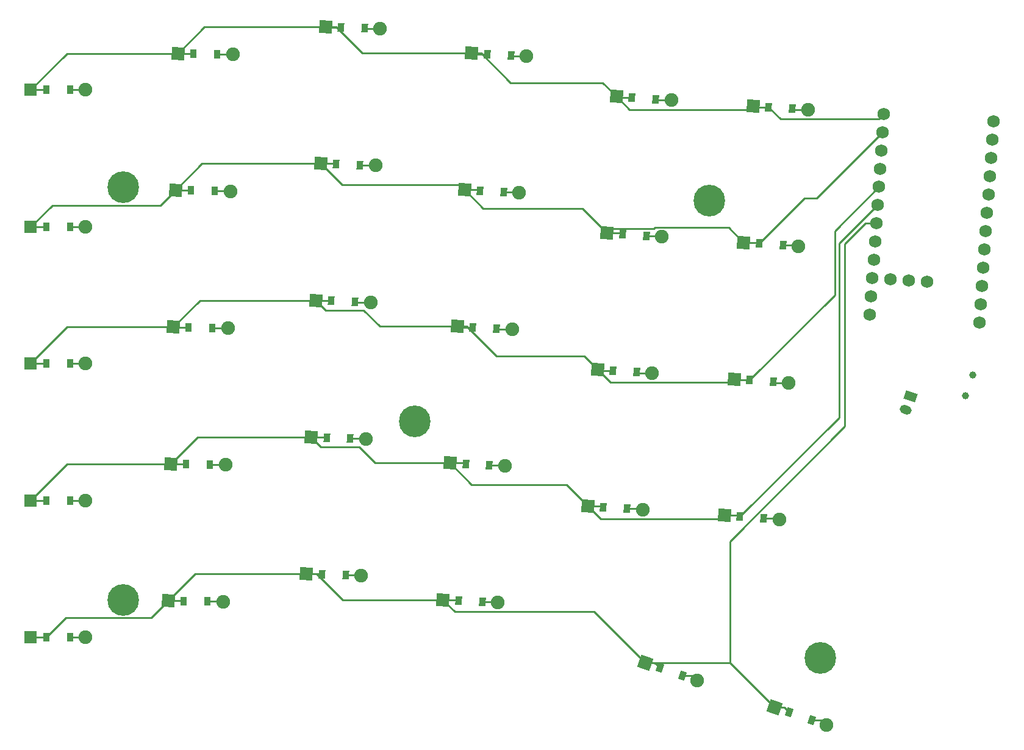
<source format=gbr>
%TF.GenerationSoftware,KiCad,Pcbnew,8.0.4*%
%TF.CreationDate,2024-08-23T21:57:30-04:00*%
%TF.ProjectId,left,6c656674-2e6b-4696-9361-645f70636258,v1.0.0*%
%TF.SameCoordinates,Original*%
%TF.FileFunction,Copper,L1,Top*%
%TF.FilePolarity,Positive*%
%FSLAX46Y46*%
G04 Gerber Fmt 4.6, Leading zero omitted, Abs format (unit mm)*
G04 Created by KiCad (PCBNEW 8.0.4) date 2024-08-23 21:57:30*
%MOMM*%
%LPD*%
G01*
G04 APERTURE LIST*
G04 Aperture macros list*
%AMHorizOval*
0 Thick line with rounded ends*
0 $1 width*
0 $2 $3 position (X,Y) of the first rounded end (center of the circle)*
0 $4 $5 position (X,Y) of the second rounded end (center of the circle)*
0 Add line between two ends*
20,1,$1,$2,$3,$4,$5,0*
0 Add two circle primitives to create the rounded ends*
1,1,$1,$2,$3*
1,1,$1,$4,$5*%
%AMRotRect*
0 Rectangle, with rotation*
0 The origin of the aperture is its center*
0 $1 length*
0 $2 width*
0 $3 Rotation angle, in degrees counterclockwise*
0 Add horizontal line*
21,1,$1,$2,0,0,$3*%
G04 Aperture macros list end*
%TA.AperFunction,WasherPad*%
%ADD10C,1.000000*%
%TD*%
%TA.AperFunction,ComponentPad*%
%ADD11RotRect,1.778000X1.778000X359.000000*%
%TD*%
%TA.AperFunction,SMDPad,CuDef*%
%ADD12RotRect,0.900000X1.200000X359.000000*%
%TD*%
%TA.AperFunction,ComponentPad*%
%ADD13C,1.905000*%
%TD*%
%TA.AperFunction,ComponentPad*%
%ADD14RotRect,1.778000X1.778000X357.000000*%
%TD*%
%TA.AperFunction,SMDPad,CuDef*%
%ADD15RotRect,0.900000X1.200000X357.000000*%
%TD*%
%TA.AperFunction,ComponentPad*%
%ADD16RotRect,1.200000X1.700000X251.000000*%
%TD*%
%TA.AperFunction,ComponentPad*%
%ADD17HorizOval,1.200000X-0.236380X0.081392X0.236380X-0.081392X0*%
%TD*%
%TA.AperFunction,ComponentPad*%
%ADD18RotRect,1.778000X1.778000X358.000000*%
%TD*%
%TA.AperFunction,SMDPad,CuDef*%
%ADD19RotRect,0.900000X1.200000X358.000000*%
%TD*%
%TA.AperFunction,ComponentPad*%
%ADD20RotRect,1.778000X1.778000X356.000000*%
%TD*%
%TA.AperFunction,SMDPad,CuDef*%
%ADD21RotRect,0.900000X1.200000X356.000000*%
%TD*%
%TA.AperFunction,ComponentPad*%
%ADD22R,1.778000X1.778000*%
%TD*%
%TA.AperFunction,SMDPad,CuDef*%
%ADD23R,0.900000X1.200000*%
%TD*%
%TA.AperFunction,ComponentPad*%
%ADD24C,0.700000*%
%TD*%
%TA.AperFunction,ComponentPad*%
%ADD25C,4.400000*%
%TD*%
%TA.AperFunction,ComponentPad*%
%ADD26RotRect,1.778000X1.778000X341.000000*%
%TD*%
%TA.AperFunction,SMDPad,CuDef*%
%ADD27RotRect,0.900000X1.200000X341.000000*%
%TD*%
%TA.AperFunction,ComponentPad*%
%ADD28C,1.752600*%
%TD*%
%TA.AperFunction,Conductor*%
%ADD29C,0.250000*%
%TD*%
G04 APERTURE END LIST*
D10*
%TO.P,T1,*%
%TO.N,*%
X176959480Y-158599758D03*
X175982776Y-161436314D03*
%TD*%
D11*
%TO.P,D8,1*%
%TO.N,P017*%
X65941033Y-151940055D03*
D12*
X68100704Y-151977753D03*
%TO.P,D8,2*%
%TO.N,pinky_home*%
X71400202Y-152035345D03*
D13*
X73559873Y-152073043D03*
%TD*%
D14*
%TO.P,D18,1*%
%TO.N,P017*%
X105396310Y-151852998D03*
D15*
X107553350Y-151966044D03*
%TO.P,D18,2*%
%TO.N,middle_home*%
X110848828Y-152138752D03*
D13*
X113005868Y-152251798D03*
%TD*%
D16*
%TO.P,JST1,1*%
%TO.N,pos*%
X168328564Y-161550571D03*
D17*
%TO.P,JST1,2*%
%TO.N,GND*%
X167677428Y-163441609D03*
%TD*%
D18*
%TO.P,D15,1*%
%TO.N,P006*%
X87086096Y-110248581D03*
D19*
X89244780Y-110323964D03*
%TO.P,D15,2*%
%TO.N,ring_num*%
X92542770Y-110439132D03*
D13*
X94701454Y-110514515D03*
%TD*%
D14*
%TO.P,D17,1*%
%TO.N,P020*%
X104401927Y-170826959D03*
D15*
X106558967Y-170940005D03*
%TO.P,D17,2*%
%TO.N,middle_bottom*%
X109854445Y-171112713D03*
D13*
X112011485Y-171225759D03*
%TD*%
D11*
%TO.P,D9,1*%
%TO.N,P008*%
X66272629Y-132942949D03*
D12*
X68432300Y-132980647D03*
%TO.P,D9,2*%
%TO.N,pinky_top*%
X71731798Y-133038239D03*
D13*
X73891469Y-133075937D03*
%TD*%
D20*
%TO.P,D26,1*%
%TO.N,P017*%
X143815451Y-159145345D03*
D21*
X145970189Y-159296019D03*
%TO.P,D26,2*%
%TO.N,inner_home*%
X149262151Y-159526215D03*
D13*
X151416889Y-159676889D03*
%TD*%
D20*
%TO.P,D24,1*%
%TO.N,P006*%
X127512480Y-119912538D03*
D21*
X129667218Y-120063212D03*
%TO.P,D24,2*%
%TO.N,index_num*%
X132959180Y-120293408D03*
D13*
X135113918Y-120444082D03*
%TD*%
D18*
%TO.P,D11,1*%
%TO.N,P022*%
X84433734Y-186202284D03*
D19*
X86592418Y-186277667D03*
%TO.P,D11,2*%
%TO.N,ring_mod*%
X89890408Y-186392835D03*
D13*
X92049092Y-186468218D03*
%TD*%
D20*
%TO.P,D28,1*%
%TO.N,P006*%
X146466197Y-121237911D03*
D21*
X148620935Y-121388585D03*
%TO.P,D28,2*%
%TO.N,inner_num*%
X151912897Y-121618781D03*
D13*
X154067635Y-121769455D03*
%TD*%
D22*
%TO.P,D5,1*%
%TO.N,P006*%
X46190000Y-119000000D03*
D23*
X48350000Y-119000000D03*
%TO.P,D5,2*%
%TO.N,outer_num*%
X51650000Y-119000000D03*
D13*
X53810000Y-119000000D03*
%TD*%
D11*
%TO.P,D7,1*%
%TO.N,P020*%
X65609438Y-170937161D03*
D12*
X67769109Y-170974859D03*
%TO.P,D7,2*%
%TO.N,pinky_bottom*%
X71068607Y-171032451D03*
D13*
X73228278Y-171070149D03*
%TD*%
D18*
%TO.P,D14,1*%
%TO.N,P008*%
X86423006Y-129237007D03*
D19*
X88581690Y-129312390D03*
%TO.P,D14,2*%
%TO.N,ring_top*%
X91879680Y-129427558D03*
D13*
X94038364Y-129502941D03*
%TD*%
D22*
%TO.P,D2,1*%
%TO.N,P020*%
X46190000Y-176000000D03*
D23*
X48350000Y-176000000D03*
%TO.P,D2,2*%
%TO.N,outer_bottom*%
X51650000Y-176000000D03*
D13*
X53810000Y-176000000D03*
%TD*%
D22*
%TO.P,D4,1*%
%TO.N,P008*%
X46190000Y-138000000D03*
D23*
X48350000Y-138000000D03*
%TO.P,D4,2*%
%TO.N,outer_top*%
X51650000Y-138000000D03*
D13*
X53810000Y-138000000D03*
%TD*%
D20*
%TO.P,D25,1*%
%TO.N,P020*%
X142490078Y-178099062D03*
D21*
X144644816Y-178249736D03*
%TO.P,D25,2*%
%TO.N,inner_bottom*%
X147936778Y-178479932D03*
D13*
X150091516Y-178630606D03*
%TD*%
D20*
%TO.P,D22,1*%
%TO.N,P017*%
X124861734Y-157819972D03*
D21*
X127016472Y-157970646D03*
%TO.P,D22,2*%
%TO.N,index_home*%
X130308434Y-158200842D03*
D13*
X132463172Y-158351516D03*
%TD*%
D11*
%TO.P,D10,1*%
%TO.N,P006*%
X66604225Y-113945843D03*
D12*
X68763896Y-113983541D03*
%TO.P,D10,2*%
%TO.N,pinky_num*%
X72063394Y-114041133D03*
D13*
X74223065Y-114078831D03*
%TD*%
D22*
%TO.P,D1,1*%
%TO.N,P022*%
X46190000Y-195000000D03*
D23*
X48350000Y-195000000D03*
%TO.P,D1,2*%
%TO.N,outer_mod*%
X51650000Y-195000000D03*
D13*
X53810000Y-195000000D03*
%TD*%
D20*
%TO.P,D23,1*%
%TO.N,P008*%
X126187107Y-138866255D03*
D21*
X128341845Y-139016929D03*
%TO.P,D23,2*%
%TO.N,index_top*%
X131633807Y-139247125D03*
D13*
X133788545Y-139397799D03*
%TD*%
D24*
%TO.P,_4,1*%
%TO.N,N/C*%
X138701146Y-134227892D03*
X139264630Y-133097719D03*
X139101856Y-135425487D03*
X140462225Y-132697009D03*
D25*
X140347127Y-134342990D03*
D24*
X140232029Y-135988971D03*
X141592398Y-133260493D03*
X141429624Y-135588261D03*
X141993108Y-134458088D03*
%TD*%
%TO.P,_2,1*%
%TO.N,N/C*%
X57350000Y-189800000D03*
X57833274Y-188633274D03*
X57833274Y-190966726D03*
X59000000Y-188150000D03*
D25*
X59000000Y-189800000D03*
D24*
X59000000Y-191450000D03*
X60166726Y-188633274D03*
X60166726Y-190966726D03*
X60650000Y-189800000D03*
%TD*%
D20*
%TO.P,D21,1*%
%TO.N,P020*%
X123536361Y-176773689D03*
D21*
X125691099Y-176924363D03*
%TO.P,D21,2*%
%TO.N,index_bottom*%
X128983061Y-177154559D03*
D13*
X131137799Y-177305233D03*
%TD*%
D26*
%TO.P,D30,1*%
%TO.N,P022*%
X149424435Y-204749530D03*
D27*
X151466755Y-205452758D03*
%TO.P,D30,2*%
%TO.N,mod_thumb*%
X154586967Y-206527132D03*
D13*
X156629287Y-207230360D03*
%TD*%
D20*
%TO.P,D27,1*%
%TO.N,P008*%
X145140824Y-140191628D03*
D21*
X147295562Y-140342302D03*
%TO.P,D27,2*%
%TO.N,inner_top*%
X150587524Y-140572498D03*
D13*
X152742262Y-140723172D03*
%TD*%
D24*
%TO.P,_3,1*%
%TO.N,N/C*%
X97859149Y-164976519D03*
X98402823Y-163836684D03*
X98280699Y-166166938D03*
X99593242Y-163415134D03*
D25*
X99506888Y-165062873D03*
D24*
X99420534Y-166710612D03*
X100733077Y-163958808D03*
X100610953Y-166289062D03*
X101154627Y-165149227D03*
%TD*%
%TO.P,_1,1*%
%TO.N,N/C*%
X57350000Y-132500000D03*
X57833274Y-131333274D03*
X57833274Y-133666726D03*
X59000000Y-130850000D03*
D25*
X59000000Y-132500000D03*
D24*
X59000000Y-134150000D03*
X60166726Y-131333274D03*
X60166726Y-133666726D03*
X60650000Y-132500000D03*
%TD*%
D22*
%TO.P,D3,1*%
%TO.N,P017*%
X46190000Y-157000000D03*
D23*
X48350000Y-157000000D03*
%TO.P,D3,2*%
%TO.N,outer_home*%
X51650000Y-157000000D03*
D13*
X53810000Y-157000000D03*
%TD*%
D24*
%TO.P,_5,1*%
%TO.N,N/C*%
X154266641Y-197321298D03*
X155103435Y-196375475D03*
X154343737Y-198581797D03*
X156363934Y-196298379D03*
D25*
X155826747Y-197858485D03*
D24*
X155289560Y-199418591D03*
X157309757Y-197135173D03*
X156550059Y-199341495D03*
X157386853Y-198395672D03*
%TD*%
D28*
%TO.P,MCU1,1*%
%TO.N,P006*%
X164623746Y-122337196D03*
%TO.P,MCU1,2*%
%TO.N,P008*%
X164446564Y-124871009D03*
%TO.P,MCU1,3*%
%TO.N,GND*%
X164269383Y-127404821D03*
%TO.P,MCU1,4*%
X164092202Y-129938634D03*
%TO.P,MCU1,5*%
%TO.N,P017*%
X163915020Y-132472447D03*
%TO.P,MCU1,6*%
%TO.N,P020*%
X163737839Y-135006259D03*
%TO.P,MCU1,7*%
%TO.N,P022*%
X163560657Y-137540072D03*
%TO.P,MCU1,8*%
%TO.N,P024*%
X163383476Y-140073885D03*
%TO.P,MCU1,9*%
%TO.N,P100*%
X163206294Y-142607697D03*
%TO.P,MCU1,10*%
%TO.N,P011*%
X163029113Y-145141510D03*
%TO.P,MCU1,11*%
%TO.N,P104*%
X162851931Y-147675323D03*
%TO.P,MCU1,12*%
%TO.N,P106*%
X162674750Y-150209135D03*
%TO.P,MCU1,13*%
%TO.N,P009*%
X177877626Y-151272224D03*
%TO.P,MCU1,14*%
%TO.N,P010*%
X178054808Y-148738411D03*
%TO.P,MCU1,15*%
%TO.N,P111*%
X178231989Y-146204599D03*
%TO.P,MCU1,16*%
%TO.N,P113*%
X178409170Y-143670786D03*
%TO.P,MCU1,17*%
%TO.N,P115*%
X178586352Y-141136973D03*
%TO.P,MCU1,18*%
%TO.N,P002*%
X178763533Y-138603161D03*
%TO.P,MCU1,19*%
%TO.N,P029*%
X178940715Y-136069348D03*
%TO.P,MCU1,20*%
%TO.N,P031*%
X179117896Y-133535535D03*
%TO.P,MCU1,21*%
%TO.N,VCC*%
X179295078Y-131001723D03*
%TO.P,MCU1,22*%
%TO.N,RST*%
X179472259Y-128467910D03*
%TO.P,MCU1,23*%
%TO.N,GND*%
X179649441Y-125934097D03*
%TO.P,MCU1,24*%
%TO.N,RAW*%
X179826622Y-123400285D03*
%TO.P,MCU1,31*%
%TO.N,P101*%
X165562926Y-145318692D03*
%TO.P,MCU1,32*%
%TO.N,P102*%
X168096738Y-145495873D03*
%TO.P,MCU1,33*%
%TO.N,P107*%
X170630551Y-145673054D03*
%TD*%
D14*
%TO.P,D16,1*%
%TO.N,P022*%
X103407544Y-189800920D03*
D15*
X105564584Y-189913966D03*
%TO.P,D16,2*%
%TO.N,middle_mod*%
X108860062Y-190086674D03*
D13*
X111017102Y-190199720D03*
%TD*%
D14*
%TO.P,D19,1*%
%TO.N,P008*%
X106390693Y-132879037D03*
D15*
X108547733Y-132992083D03*
%TO.P,D19,2*%
%TO.N,middle_top*%
X111843211Y-133164791D03*
D13*
X114000251Y-133277837D03*
%TD*%
D26*
%TO.P,D29,1*%
%TO.N,P022*%
X131459582Y-198563735D03*
D27*
X133501902Y-199266963D03*
%TO.P,D29,2*%
%TO.N,space_thumb*%
X136622114Y-200341337D03*
D13*
X138664434Y-201044565D03*
%TD*%
D14*
%TO.P,D20,1*%
%TO.N,P006*%
X107385077Y-113905075D03*
D15*
X109542117Y-114018121D03*
%TO.P,D20,2*%
%TO.N,middle_num*%
X112837595Y-114190829D03*
D13*
X114994635Y-114303875D03*
%TD*%
D18*
%TO.P,D13,1*%
%TO.N,P017*%
X85759915Y-148225432D03*
D19*
X87918599Y-148300815D03*
%TO.P,D13,2*%
%TO.N,ring_home*%
X91216589Y-148415983D03*
D13*
X93375273Y-148491366D03*
%TD*%
D18*
%TO.P,D12,1*%
%TO.N,P020*%
X85096825Y-167213858D03*
D19*
X87255509Y-167289241D03*
%TO.P,D12,2*%
%TO.N,ring_bottom*%
X90553499Y-167404409D03*
D13*
X92712183Y-167479792D03*
%TD*%
D11*
%TO.P,D6,1*%
%TO.N,P022*%
X65277842Y-189934268D03*
D12*
X67437513Y-189971966D03*
%TO.P,D6,2*%
%TO.N,pinky_mod*%
X70737011Y-190029558D03*
D13*
X72896682Y-190067256D03*
%TD*%
D29*
%TO.N,outer_mod*%
X51650000Y-195000000D02*
X53810000Y-195000000D01*
%TO.N,outer_bottom*%
X51650000Y-176000000D02*
X53810000Y-176000000D01*
%TO.N,outer_home*%
X53810000Y-157000000D02*
X51650000Y-157000000D01*
%TO.N,outer_top*%
X51650000Y-138000000D02*
X53810000Y-138000000D01*
%TO.N,outer_num*%
X53810000Y-119000000D02*
X51650000Y-119000000D01*
%TO.N,pinky_mod*%
X72858984Y-190029558D02*
X72896682Y-190067256D01*
X70737011Y-190029558D02*
X72858984Y-190029558D01*
%TO.N,pinky_bottom*%
X73190580Y-171032451D02*
X73228278Y-171070149D01*
X71068607Y-171032451D02*
X73190580Y-171032451D01*
%TO.N,pinky_home*%
X71437900Y-152073043D02*
X71400202Y-152035345D01*
X73559873Y-152073043D02*
X71437900Y-152073043D01*
%TO.N,pinky_top*%
X71731798Y-133038239D02*
X73853771Y-133038239D01*
X73853771Y-133038239D02*
X73891469Y-133075937D01*
%TO.N,pinky_num*%
X72101092Y-114078831D02*
X72063394Y-114041133D01*
X74223065Y-114078831D02*
X72101092Y-114078831D01*
%TO.N,ring_mod*%
X89890408Y-186392835D02*
X91973709Y-186392835D01*
X91973709Y-186392835D02*
X92049092Y-186468218D01*
%TO.N,ring_bottom*%
X90553499Y-167404409D02*
X92636800Y-167404409D01*
X92636800Y-167404409D02*
X92712183Y-167479792D01*
%TO.N,ring_home*%
X91291972Y-148491366D02*
X91216589Y-148415983D01*
X93375273Y-148491366D02*
X91291972Y-148491366D01*
%TO.N,ring_top*%
X91879680Y-129427558D02*
X93962981Y-129427558D01*
X93962981Y-129427558D02*
X94038364Y-129502941D01*
%TO.N,ring_num*%
X92618153Y-110514515D02*
X92542770Y-110439132D01*
X94701454Y-110514515D02*
X92618153Y-110514515D01*
%TO.N,middle_mod*%
X110904056Y-190086674D02*
X111017102Y-190199720D01*
X108860062Y-190086674D02*
X110904056Y-190086674D01*
%TO.N,middle_bottom*%
X109854445Y-171112713D02*
X111898439Y-171112713D01*
X111898439Y-171112713D02*
X112011485Y-171225759D01*
%TO.N,middle_home*%
X113005868Y-152251798D02*
X110961874Y-152251798D01*
X110961874Y-152251798D02*
X110848828Y-152138752D01*
%TO.N,middle_top*%
X111843211Y-133164791D02*
X113887205Y-133164791D01*
X113887205Y-133164791D02*
X114000251Y-133277837D01*
%TO.N,middle_num*%
X114994635Y-114303875D02*
X112950641Y-114303875D01*
X112950641Y-114303875D02*
X112837595Y-114190829D01*
%TO.N,index_bottom*%
X130987125Y-177154559D02*
X131137799Y-177305233D01*
X128983061Y-177154559D02*
X130987125Y-177154559D01*
%TO.N,index_home*%
X130459108Y-158351516D02*
X130308434Y-158200842D01*
X132463172Y-158351516D02*
X130459108Y-158351516D01*
%TO.N,index_top*%
X131633807Y-139247125D02*
X133637871Y-139247125D01*
X133637871Y-139247125D02*
X133788545Y-139397799D01*
%TO.N,index_num*%
X135113918Y-120444082D02*
X133109854Y-120444082D01*
X133109854Y-120444082D02*
X132959180Y-120293408D01*
%TO.N,inner_bottom*%
X147936778Y-178479932D02*
X149940842Y-178479932D01*
X149940842Y-178479932D02*
X150091516Y-178630606D01*
%TO.N,inner_home*%
X149412825Y-159676889D02*
X149262151Y-159526215D01*
X151416889Y-159676889D02*
X149412825Y-159676889D01*
%TO.N,inner_top*%
X150587524Y-140572498D02*
X152591588Y-140572498D01*
X152591588Y-140572498D02*
X152742262Y-140723172D01*
%TO.N,inner_num*%
X154067635Y-121769455D02*
X152063571Y-121769455D01*
X152063571Y-121769455D02*
X151912897Y-121618781D01*
%TO.N,space_thumb*%
X137961206Y-200341337D02*
X138664434Y-201044565D01*
X136622114Y-200341337D02*
X137961206Y-200341337D01*
%TO.N,mod_thumb*%
X154586967Y-206527132D02*
X155926059Y-206527132D01*
X155926059Y-206527132D02*
X156629287Y-207230360D01*
%TO.N,P006*%
X129667218Y-120063212D02*
X127663154Y-120063212D01*
X145982526Y-121721582D02*
X146466197Y-121237911D01*
X148620935Y-121388585D02*
X146616871Y-121388585D01*
X107385077Y-113905075D02*
X108690627Y-113905075D01*
X87086096Y-110248581D02*
X88544355Y-110248581D01*
X108690627Y-113905075D02*
X112785552Y-118000000D01*
X163913987Y-123046955D02*
X164623746Y-122337196D01*
X125599942Y-118000000D02*
X127512480Y-119912538D01*
X66604225Y-113945843D02*
X70301487Y-110248581D01*
X92200849Y-113905075D02*
X107385077Y-113905075D01*
X112785552Y-118000000D02*
X125599942Y-118000000D01*
X51244157Y-113945843D02*
X66604225Y-113945843D01*
X109542117Y-114018121D02*
X107498123Y-114018121D01*
X70301487Y-110248581D02*
X87086096Y-110248581D01*
X48350000Y-119000000D02*
X46190000Y-119000000D01*
X148620935Y-121388585D02*
X150279305Y-123046955D01*
X89244780Y-110323964D02*
X87161479Y-110323964D01*
X68763896Y-113983541D02*
X66641923Y-113983541D01*
X88544355Y-110248581D02*
X92200849Y-113905075D01*
X87161479Y-110323964D02*
X87086096Y-110248581D01*
X127663154Y-120063212D02*
X127512480Y-119912538D01*
X146616871Y-121388585D02*
X146466197Y-121237911D01*
X129321524Y-121721582D02*
X145982526Y-121721582D01*
X66641923Y-113983541D02*
X66604225Y-113945843D01*
X150279305Y-123046955D02*
X163913987Y-123046955D01*
X127512480Y-119912538D02*
X129321524Y-121721582D01*
X46190000Y-119000000D02*
X51244157Y-113945843D01*
X107498123Y-114018121D02*
X107385077Y-113905075D01*
%TO.N,P008*%
X69978571Y-129237007D02*
X86423006Y-129237007D01*
X86423006Y-129237007D02*
X88506307Y-129237007D01*
X66272629Y-132942949D02*
X69978571Y-129237007D01*
X46190000Y-138000000D02*
X48350000Y-138000000D01*
X155279709Y-134037864D02*
X164446564Y-124871009D01*
X147295562Y-140342302D02*
X153600000Y-134037864D01*
X126187107Y-138866255D02*
X126761166Y-138292196D01*
X64190578Y-135025000D02*
X66272629Y-132942949D01*
X68394602Y-132942949D02*
X68432300Y-132980647D01*
X106390693Y-132879037D02*
X108434687Y-132879037D01*
X126761166Y-138292196D02*
X132692196Y-138292196D01*
X153600000Y-134037864D02*
X155279709Y-134037864D01*
X132864093Y-138120299D02*
X143069495Y-138120299D01*
X88506307Y-129237007D02*
X88581690Y-129312390D01*
X66272629Y-132942949D02*
X68394602Y-132942949D01*
X128191171Y-138866255D02*
X128341845Y-139016929D01*
X132692196Y-138292196D02*
X132864093Y-138120299D01*
X106390693Y-132879037D02*
X108982584Y-135470928D01*
X46190000Y-138000000D02*
X49165000Y-135025000D01*
X108982584Y-135470928D02*
X122791780Y-135470928D01*
X105711656Y-132200000D02*
X106390693Y-132879037D01*
X147144888Y-140191628D02*
X147295562Y-140342302D01*
X126187107Y-138866255D02*
X128191171Y-138866255D01*
X49165000Y-135025000D02*
X64190578Y-135025000D01*
X145140824Y-140191628D02*
X147144888Y-140191628D01*
X86423006Y-129237007D02*
X89385999Y-132200000D01*
X89385999Y-132200000D02*
X105711656Y-132200000D01*
X143069495Y-138120299D02*
X145140824Y-140191628D01*
X108434687Y-132879037D02*
X108547733Y-132992083D01*
X122791780Y-135470928D02*
X126187107Y-138866255D01*
%TO.N,P017*%
X145970189Y-159296019D02*
X157800000Y-147466208D01*
X143331780Y-159629016D02*
X143815451Y-159145345D01*
X124861734Y-157819972D02*
X126670778Y-159629016D01*
X85759915Y-148225432D02*
X87134483Y-149600000D01*
X106701861Y-151852998D02*
X110848863Y-156000000D01*
X107553350Y-151966044D02*
X105509356Y-151966044D01*
X125012408Y-157970646D02*
X124861734Y-157819972D01*
X46190000Y-157000000D02*
X51249945Y-151940055D01*
X145970189Y-159296019D02*
X143966125Y-159296019D01*
X143966125Y-159296019D02*
X143815451Y-159145345D01*
X126670778Y-159629016D02*
X143331780Y-159629016D01*
X94652998Y-151852998D02*
X105396310Y-151852998D01*
X105509356Y-151966044D02*
X105396310Y-151852998D01*
X69655656Y-148225432D02*
X85759915Y-148225432D01*
X157800000Y-138587467D02*
X163915020Y-132472447D01*
X65941033Y-151940055D02*
X69655656Y-148225432D01*
X68100704Y-151977753D02*
X65978731Y-151977753D01*
X65978731Y-151977753D02*
X65941033Y-151940055D01*
X123041762Y-156000000D02*
X124861734Y-157819972D01*
X48350000Y-157000000D02*
X46190000Y-157000000D01*
X110848863Y-156000000D02*
X123041762Y-156000000D01*
X127016472Y-157970646D02*
X125012408Y-157970646D01*
X105396310Y-151852998D02*
X106701861Y-151852998D01*
X92400000Y-149600000D02*
X94652998Y-151852998D01*
X157800000Y-147466208D02*
X157800000Y-138587467D01*
X87918599Y-148300815D02*
X85835298Y-148300815D01*
X85835298Y-148300815D02*
X85759915Y-148225432D01*
X87134483Y-149600000D02*
X92400000Y-149600000D01*
X51249945Y-151940055D02*
X65941033Y-151940055D01*
%TO.N,P020*%
X123536361Y-176773689D02*
X125540425Y-176773689D01*
X123536361Y-176773689D02*
X125345405Y-178582733D01*
X69332741Y-167213858D02*
X85096825Y-167213858D01*
X142490078Y-178099062D02*
X144494142Y-178099062D01*
X125540425Y-176773689D02*
X125691099Y-176924363D01*
X104401927Y-170826959D02*
X107374968Y-173800000D01*
X46190000Y-176000000D02*
X51252839Y-170937161D01*
X104401927Y-170826959D02*
X106445921Y-170826959D01*
X120562672Y-173800000D02*
X123536361Y-176773689D01*
X51252839Y-170937161D02*
X65609438Y-170937161D01*
X67731411Y-170937161D02*
X67769109Y-170974859D01*
X85096825Y-167213858D02*
X86482967Y-168600000D01*
X106445921Y-170826959D02*
X106558967Y-170940005D01*
X46190000Y-176000000D02*
X48350000Y-176000000D01*
X91800000Y-168600000D02*
X94026959Y-170826959D01*
X142006407Y-178582733D02*
X142490078Y-178099062D01*
X144494142Y-178099062D02*
X144644816Y-178249736D01*
X65609438Y-170937161D02*
X69332741Y-167213858D01*
X87180126Y-167213858D02*
X87255509Y-167289241D01*
X65609438Y-170937161D02*
X67731411Y-170937161D01*
X158400000Y-140344098D02*
X163737839Y-135006259D01*
X125345405Y-178582733D02*
X142006407Y-178582733D01*
X85096825Y-167213858D02*
X87180126Y-167213858D01*
X144644816Y-178249736D02*
X158400000Y-164494552D01*
X158400000Y-164494552D02*
X158400000Y-140344098D01*
X107374968Y-173800000D02*
X120562672Y-173800000D01*
X94026959Y-170826959D02*
X104401927Y-170826959D01*
X86482967Y-168600000D02*
X91800000Y-168600000D01*
%TO.N,P022*%
X48350000Y-195000000D02*
X51025000Y-192325000D01*
X132798674Y-198563735D02*
X133501902Y-199266963D01*
X62887110Y-192325000D02*
X65277842Y-189934268D01*
X69009826Y-186202284D02*
X84433734Y-186202284D01*
X159200000Y-165720111D02*
X159200000Y-140400000D01*
X65277842Y-189934268D02*
X67399815Y-189934268D01*
X162059928Y-137540072D02*
X163560657Y-137540072D01*
X124373067Y-191477220D02*
X131459582Y-198563735D01*
X103407544Y-189800920D02*
X105083844Y-191477220D01*
X143236265Y-181683846D02*
X159200000Y-165720111D01*
X103407544Y-189800920D02*
X105451538Y-189800920D01*
X89490630Y-189800920D02*
X103407544Y-189800920D01*
X46190000Y-195000000D02*
X48350000Y-195000000D01*
X84433734Y-186202284D02*
X86517035Y-186202284D01*
X159200000Y-140400000D02*
X162059928Y-137540072D01*
X85891994Y-186202284D02*
X89490630Y-189800920D01*
X84433734Y-186202284D02*
X85891994Y-186202284D01*
X105451538Y-189800920D02*
X105564584Y-189913966D01*
X150763527Y-204749530D02*
X151466755Y-205452758D01*
X67399815Y-189934268D02*
X67437513Y-189971966D01*
X143236265Y-198563735D02*
X143236265Y-181683846D01*
X149424435Y-204749530D02*
X150763527Y-204749530D01*
X131459582Y-198563735D02*
X143236265Y-198563735D01*
X131459582Y-198563735D02*
X132798674Y-198563735D01*
X143236265Y-198563735D02*
X143238640Y-198563735D01*
X143238640Y-198563735D02*
X149424435Y-204749530D01*
X51025000Y-192325000D02*
X62887110Y-192325000D01*
X86517035Y-186202284D02*
X86592418Y-186277667D01*
X105083844Y-191477220D02*
X124373067Y-191477220D01*
X65277842Y-189934268D02*
X69009826Y-186202284D01*
%TD*%
M02*

</source>
